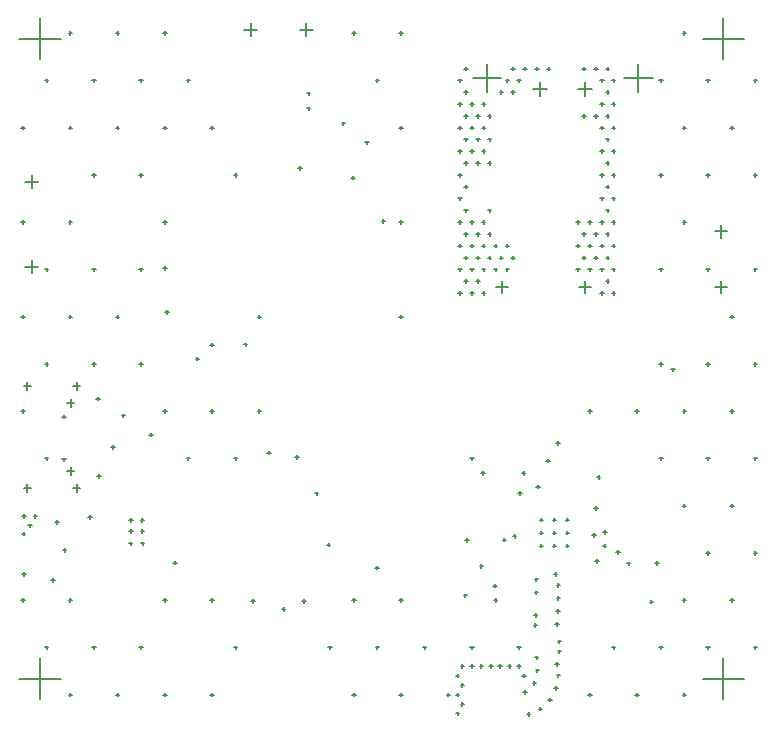
<source format=gbr>
%TF.GenerationSoftware,Altium Limited,Altium Designer,24.4.1 (13)*%
G04 Layer_Color=128*
%FSLAX45Y45*%
%MOMM*%
%TF.SameCoordinates,BD841E63-566E-43FA-B15A-678BD665FBE9*%
%TF.FilePolarity,Positive*%
%TF.FileFunction,Drillmap*%
%TF.Part,Single*%
G01*
G75*
%TA.AperFunction,NonConductor*%
%ADD76C,0.12700*%
D76*
X7119000Y9527500D02*
X7239000D01*
X7179000Y9467500D02*
Y9587500D01*
X7500000Y9527500D02*
X7620000D01*
X7560000Y9467500D02*
Y9587500D01*
X7890000Y9617500D02*
X8130000D01*
X8010000Y9497500D02*
Y9737500D01*
X6609000Y9617500D02*
X6849000D01*
X6729000Y9497500D02*
Y9737500D01*
X2817500Y8740000D02*
X2927500D01*
X2872500Y8685000D02*
Y8795000D01*
X2817500Y8020000D02*
X2927500D01*
X2872500Y7965000D02*
Y8075000D01*
X4672500Y10030000D02*
X4782500D01*
X4727500Y9975000D02*
Y10085000D01*
X5142500Y10030000D02*
X5252500D01*
X5197500Y9975000D02*
Y10085000D01*
X2804500Y7012500D02*
X2864500D01*
X2834500Y6982500D02*
Y7042500D01*
X2804500Y6148500D02*
X2864500D01*
X2834500Y6118500D02*
Y6178500D01*
X3222500Y7012500D02*
X3282500D01*
X3252500Y6982500D02*
Y7042500D01*
X3222500Y6148500D02*
X3282500D01*
X3252500Y6118500D02*
Y6178500D01*
X3170000Y6291500D02*
X3235000D01*
X3202500Y6259000D02*
Y6324000D01*
X3170000Y6869500D02*
X3235000D01*
X3202500Y6837000D02*
Y6902000D01*
X6805414Y7850510D02*
X6909554D01*
X6857484Y7798440D02*
Y7902580D01*
X7506454Y7850510D02*
X7610594D01*
X7558524Y7798440D02*
Y7902580D01*
X8657074Y7850510D02*
X8761214D01*
X8709144Y7798440D02*
Y7902580D01*
X8657074Y8320410D02*
X8761214D01*
X8709144Y8268340D02*
Y8372480D01*
X8555000Y9952500D02*
X8905000D01*
X8730000Y9777500D02*
Y10127500D01*
X8555000Y4535000D02*
X8905000D01*
X8730000Y4360000D02*
Y4710000D01*
X2767500Y4535000D02*
X3117500D01*
X2942500Y4360000D02*
Y4710000D01*
X2767500Y9952500D02*
X3117500D01*
X2942500Y9777500D02*
Y10127500D01*
X7393257Y5881382D02*
X7423737D01*
X7408497Y5866142D02*
Y5896622D01*
X7393257Y5771382D02*
X7423737D01*
X7408497Y5756142D02*
Y5786622D01*
X7393257Y5661382D02*
X7423737D01*
X7408497Y5646142D02*
Y5676622D01*
X7283257Y5881382D02*
X7313737D01*
X7298497Y5866142D02*
Y5896622D01*
X7283257Y5771382D02*
X7313737D01*
X7298497Y5756142D02*
Y5786622D01*
X7283257Y5661382D02*
X7313737D01*
X7298497Y5646142D02*
Y5676622D01*
X7173257Y5881382D02*
X7203737D01*
X7188497Y5866142D02*
Y5896622D01*
X7173257Y5771382D02*
X7203737D01*
X7188497Y5756142D02*
Y5786622D01*
X7173257Y5661382D02*
X7203737D01*
X7188497Y5646142D02*
Y5676622D01*
X3350000Y5902500D02*
X3380000D01*
X3365000Y5887500D02*
Y5917500D01*
X3070000Y5862500D02*
X3100000D01*
X3085000Y5847500D02*
Y5877500D01*
X2792500Y5420000D02*
X2822500D01*
X2807500Y5405000D02*
Y5435000D01*
X6585008Y4640005D02*
X6615008D01*
X6600008Y4625005D02*
Y4655005D01*
X7025008Y4560005D02*
X7055008D01*
X7040008Y4545005D02*
Y4575005D01*
X6465008Y4240005D02*
X6495008D01*
X6480008Y4225005D02*
Y4255005D01*
X6465008Y4560005D02*
X6495008D01*
X6480008Y4545005D02*
Y4575005D01*
X6505008Y4320005D02*
X6535008D01*
X6520008Y4305005D02*
Y4335005D01*
X6985008Y4640005D02*
X7015008D01*
X7000008Y4625005D02*
Y4655005D01*
X6905008Y4640005D02*
X6935008D01*
X6920008Y4625005D02*
Y4655005D01*
X6505008Y4640005D02*
X6535008D01*
X6520008Y4625005D02*
Y4655005D01*
X6665008Y4640005D02*
X6695008D01*
X6680008Y4625005D02*
Y4655005D01*
X6465008Y4400005D02*
X6495008D01*
X6480008Y4385005D02*
Y4415005D01*
X6505008Y4480005D02*
X6535008D01*
X6520008Y4465005D02*
Y4495005D01*
X6745008Y4640005D02*
X6775008D01*
X6760008Y4625005D02*
Y4655005D01*
X6825008Y4640005D02*
X6855008D01*
X6840008Y4625005D02*
Y4655005D01*
X3040000Y5370000D02*
X3070000D01*
X3055000Y5355000D02*
Y5385000D01*
X8984999Y9599999D02*
X9014999D01*
X8999999Y9584999D02*
Y9614999D01*
X8784999Y9199999D02*
X8814999D01*
X8799999Y9184999D02*
Y9214999D01*
X8984999Y8799999D02*
X9014999D01*
X8999999Y8784999D02*
Y8814999D01*
X8984999Y7999999D02*
X9014999D01*
X8999999Y7984999D02*
Y8014999D01*
X8784999Y7599999D02*
X8814999D01*
X8799999Y7584999D02*
Y7614999D01*
X8984999Y7199999D02*
X9014999D01*
X8999999Y7184999D02*
Y7214999D01*
X8784999Y6799999D02*
X8814999D01*
X8799999Y6784999D02*
Y6814999D01*
X8984999Y6399999D02*
X9014999D01*
X8999999Y6384999D02*
Y6414999D01*
X8784999Y5999999D02*
X8814999D01*
X8799999Y5984999D02*
Y6014999D01*
X8984999Y5599999D02*
X9014999D01*
X8999999Y5584999D02*
Y5614999D01*
X8784999Y5200000D02*
X8814999D01*
X8799999Y5185000D02*
Y5214999D01*
X8984999Y4800000D02*
X9014999D01*
X8999999Y4785000D02*
Y4815000D01*
X8384999Y9999999D02*
X8414999D01*
X8399999Y9984999D02*
Y10014999D01*
X8584999Y9599999D02*
X8614999D01*
X8599999Y9584999D02*
Y9614999D01*
X8384999Y9199999D02*
X8414999D01*
X8399999Y9184999D02*
Y9214999D01*
X8584999Y8799999D02*
X8614999D01*
X8599999Y8784999D02*
Y8814999D01*
X8384999Y8399999D02*
X8414999D01*
X8399999Y8384999D02*
Y8414999D01*
X8584999Y7999999D02*
X8614999D01*
X8599999Y7984999D02*
Y8014999D01*
X8584999Y7199999D02*
X8614999D01*
X8599999Y7184999D02*
Y7214999D01*
X8384999Y6799999D02*
X8414999D01*
X8399999Y6784999D02*
Y6814999D01*
X8584999Y6399999D02*
X8614999D01*
X8599999Y6384999D02*
Y6414999D01*
X8384999Y5999999D02*
X8414999D01*
X8399999Y5984999D02*
Y6014999D01*
X8584999Y5599999D02*
X8614999D01*
X8599999Y5584999D02*
Y5614999D01*
X8384999Y5200000D02*
X8414999D01*
X8399999Y5185000D02*
Y5214999D01*
X8584999Y4800000D02*
X8614999D01*
X8599999Y4785000D02*
Y4815000D01*
X8384999Y4400000D02*
X8414999D01*
X8399999Y4385000D02*
Y4415000D01*
X8184999Y9599999D02*
X8214999D01*
X8199999Y9584999D02*
Y9614999D01*
X8184999Y8799999D02*
X8214999D01*
X8199999Y8784999D02*
Y8814999D01*
X8184999Y7999999D02*
X8214999D01*
X8199999Y7984999D02*
Y8014999D01*
X8184999Y7199999D02*
X8214999D01*
X8199999Y7184999D02*
Y7214999D01*
X7984999Y6799999D02*
X8014999D01*
X7999999Y6784999D02*
Y6814999D01*
X8184999Y6399999D02*
X8214999D01*
X8199999Y6384999D02*
Y6414999D01*
X8184999Y4800000D02*
X8214999D01*
X8199999Y4785000D02*
Y4815000D01*
X7984999Y4400000D02*
X8014999D01*
X7999999Y4385000D02*
Y4415000D01*
X7584999Y6799999D02*
X7614999D01*
X7599999Y6784999D02*
Y6814999D01*
X7784999Y4800000D02*
X7814999D01*
X7799999Y4785000D02*
Y4815000D01*
X7584999Y4400000D02*
X7614999D01*
X7599999Y4385000D02*
Y4415000D01*
X6784999Y5200000D02*
X6814999D01*
X6799999Y5185000D02*
Y5214999D01*
X6984999Y4800000D02*
X7014999D01*
X6999999Y4785000D02*
Y4815000D01*
X6584999Y6399999D02*
X6614999D01*
X6599999Y6384999D02*
Y6414999D01*
X6584999Y4800000D02*
X6614999D01*
X6599999Y4785000D02*
Y4815000D01*
X6384999Y4400000D02*
X6414999D01*
X6399999Y4385000D02*
Y4415000D01*
X5984999Y9999999D02*
X6014999D01*
X5999999Y9984999D02*
Y10014999D01*
X5984999Y9199999D02*
X6014999D01*
X5999999Y9184999D02*
Y9214999D01*
X5984999Y8399999D02*
X6014999D01*
X5999999Y8384999D02*
Y8414999D01*
X5984999Y7599999D02*
X6014999D01*
X5999999Y7584999D02*
Y7614999D01*
X5984999Y5200000D02*
X6014999D01*
X5999999Y5185000D02*
Y5214999D01*
X6184999Y4800000D02*
X6214999D01*
X6199999Y4785000D02*
Y4815000D01*
X5984999Y4400000D02*
X6014999D01*
X5999999Y4385000D02*
Y4415000D01*
X5584999Y9999999D02*
X5614999D01*
X5599999Y9984999D02*
Y10014999D01*
X5784999Y9599999D02*
X5814999D01*
X5799999Y9584999D02*
Y9614999D01*
X5584999Y5200000D02*
X5614999D01*
X5599999Y5185000D02*
Y5214999D01*
X5784999Y4800000D02*
X5814999D01*
X5799999Y4785000D02*
Y4815000D01*
X5584999Y4400000D02*
X5614999D01*
X5599999Y4385000D02*
Y4415000D01*
X5384999Y4800000D02*
X5414999D01*
X5399999Y4785000D02*
Y4815000D01*
X4785000Y7599999D02*
X4815000D01*
X4800000Y7584999D02*
Y7614999D01*
X4785000Y6799999D02*
X4815000D01*
X4800000Y6784999D02*
Y6814999D01*
X4385000Y9199999D02*
X4415000D01*
X4400000Y9184999D02*
Y9214999D01*
X4584999Y8799999D02*
X4614999D01*
X4599999Y8784999D02*
Y8814999D01*
X4385000Y6799999D02*
X4415000D01*
X4400000Y6784999D02*
Y6814999D01*
X4584999Y6399999D02*
X4614999D01*
X4599999Y6384999D02*
Y6414999D01*
X4385000Y5200000D02*
X4415000D01*
X4400000Y5185000D02*
Y5214999D01*
X4584999Y4800000D02*
X4614999D01*
X4599999Y4785000D02*
Y4815000D01*
X4385000Y4400000D02*
X4415000D01*
X4400000Y4385000D02*
Y4415000D01*
X3985000Y9999999D02*
X4015000D01*
X4000000Y9984999D02*
Y10014999D01*
X4185000Y9599999D02*
X4214999D01*
X4199999Y9584999D02*
Y9614999D01*
X3985000Y9199999D02*
X4015000D01*
X4000000Y9184999D02*
Y9214999D01*
X3985000Y8399999D02*
X4015000D01*
X4000000Y8384999D02*
Y8414999D01*
X3985000Y6799999D02*
X4015000D01*
X4000000Y6784999D02*
Y6814999D01*
X4185000Y6399999D02*
X4214999D01*
X4199999Y6384999D02*
Y6414999D01*
X3985000Y5200000D02*
X4015000D01*
X4000000Y5185000D02*
Y5214999D01*
X3985000Y4400000D02*
X4015000D01*
X4000000Y4385000D02*
Y4415000D01*
X3585000Y9999999D02*
X3615000D01*
X3600000Y9984999D02*
Y10014999D01*
X3785000Y9599999D02*
X3814999D01*
X3800000Y9584999D02*
Y9614999D01*
X3585000Y9199999D02*
X3615000D01*
X3600000Y9184999D02*
Y9214999D01*
X3785000Y8799999D02*
X3814999D01*
X3800000Y8784999D02*
Y8814999D01*
X3785000Y7999999D02*
X3814999D01*
X3800000Y7984999D02*
Y8014999D01*
X3585000Y7599999D02*
X3615000D01*
X3600000Y7584999D02*
Y7614999D01*
X3785000Y7199999D02*
X3814999D01*
X3800000Y7184999D02*
Y7214999D01*
X3785000Y4800000D02*
X3814999D01*
X3800000Y4785000D02*
Y4815000D01*
X3585000Y4400000D02*
X3615000D01*
X3600000Y4385000D02*
Y4415000D01*
X3185000Y9999999D02*
X3215000D01*
X3200000Y9984999D02*
Y10014999D01*
X3385000Y9599999D02*
X3415000D01*
X3400000Y9584999D02*
Y9614999D01*
X3185000Y9199999D02*
X3215000D01*
X3200000Y9184999D02*
Y9214999D01*
X3385000Y8799999D02*
X3415000D01*
X3400000Y8784999D02*
Y8814999D01*
X3185000Y8399999D02*
X3215000D01*
X3200000Y8384999D02*
Y8414999D01*
X3385000Y7999999D02*
X3415000D01*
X3400000Y7984999D02*
Y8014999D01*
X3185000Y7599999D02*
X3215000D01*
X3200000Y7584999D02*
Y7614999D01*
X3385000Y7199999D02*
X3415000D01*
X3400000Y7184999D02*
Y7214999D01*
X3185000Y5200000D02*
X3215000D01*
X3200000Y5185000D02*
Y5214999D01*
X3385000Y4800000D02*
X3415000D01*
X3400000Y4785000D02*
Y4815000D01*
X3185000Y4400000D02*
X3215000D01*
X3200000Y4385000D02*
Y4415000D01*
X2985000Y9599999D02*
X3015000D01*
X3000000Y9584999D02*
Y9614999D01*
X2785000Y9199999D02*
X2815000D01*
X2800000Y9184999D02*
Y9214999D01*
X2785000Y8399999D02*
X2815000D01*
X2800000Y8384999D02*
Y8414999D01*
X2985000Y7999999D02*
X3015000D01*
X3000000Y7984999D02*
Y8014999D01*
X2785000Y7599999D02*
X2815000D01*
X2800000Y7584999D02*
Y7614999D01*
X2985000Y7199999D02*
X3015000D01*
X3000000Y7184999D02*
Y7214999D01*
X2785000Y6799999D02*
X2815000D01*
X2800000Y6784999D02*
Y6814999D01*
X2985000Y6399999D02*
X3015000D01*
X3000000Y6384999D02*
Y6414999D01*
X2785000Y5200000D02*
X2815000D01*
X2800000Y5185000D02*
Y5214999D01*
X2985000Y4800000D02*
X3015000D01*
X3000000Y4785000D02*
Y4815000D01*
X6542500Y5707500D02*
X6572500D01*
X6557500Y5692500D02*
Y5722500D01*
X6665000Y5487500D02*
X6695000D01*
X6680000Y5472500D02*
Y5502500D01*
X4865000Y6447500D02*
X4895000D01*
X4880000Y6432500D02*
Y6462500D01*
X6782500Y5322500D02*
X6812500D01*
X6797500Y5307500D02*
Y5337500D01*
X7022500Y6275000D02*
X7052500D01*
X7037500Y6260000D02*
Y6290000D01*
X7312500Y6530000D02*
X7342500D01*
X7327500Y6515000D02*
Y6545000D01*
X7657500Y6242500D02*
X7687500D01*
X7672500Y6227500D02*
Y6257500D01*
X8150000Y5512500D02*
X8180000D01*
X8165000Y5497500D02*
Y5527500D01*
X8105000Y5187500D02*
X8135000D01*
X8120000Y5172500D02*
Y5202500D01*
X5130000Y8860000D02*
X5160000D01*
X5145000Y8845000D02*
Y8875000D01*
X7785004Y9600005D02*
X7815004D01*
X7800004Y9585005D02*
Y9615005D01*
X7785004Y9400005D02*
X7815004D01*
X7800004Y9385005D02*
Y9415005D01*
X7785004Y9200005D02*
X7815004D01*
X7800004Y9185005D02*
Y9215005D01*
X7785004Y9000005D02*
X7815004D01*
X7800004Y8985005D02*
Y9015005D01*
X7785004Y8800005D02*
X7815004D01*
X7800004Y8785005D02*
Y8815005D01*
X7785004Y8600005D02*
X7815004D01*
X7800004Y8585005D02*
Y8615005D01*
X7785004Y8400005D02*
X7815004D01*
X7800004Y8385005D02*
Y8415005D01*
X7785004Y8200004D02*
X7815004D01*
X7800004Y8185004D02*
Y8215004D01*
X7785004Y8000004D02*
X7815004D01*
X7800004Y7985004D02*
Y8015004D01*
X7785004Y7800004D02*
X7815004D01*
X7800004Y7785004D02*
Y7815004D01*
X7735004Y9700005D02*
X7765004D01*
X7750004Y9685005D02*
Y9715005D01*
X7685004Y9600005D02*
X7715004D01*
X7700004Y9585005D02*
Y9615005D01*
X7735004Y9500005D02*
X7765004D01*
X7750004Y9485005D02*
Y9515005D01*
X7685004Y9400005D02*
X7715004D01*
X7700004Y9385005D02*
Y9415005D01*
X7735004Y9300005D02*
X7765004D01*
X7750004Y9285005D02*
Y9315005D01*
X7685004Y9200005D02*
X7715004D01*
X7700004Y9185005D02*
Y9215005D01*
X7735004Y9100005D02*
X7765004D01*
X7750004Y9085005D02*
Y9115005D01*
X7685004Y9000005D02*
X7715004D01*
X7700004Y8985005D02*
Y9015005D01*
X7735004Y8900005D02*
X7765004D01*
X7750004Y8885005D02*
Y8915005D01*
X7685004Y8800005D02*
X7715004D01*
X7700004Y8785005D02*
Y8815005D01*
X7735004Y8700005D02*
X7765004D01*
X7750004Y8685005D02*
Y8715005D01*
X7685004Y8600005D02*
X7715004D01*
X7700004Y8585005D02*
Y8615005D01*
X7735004Y8500005D02*
X7765004D01*
X7750004Y8485005D02*
Y8515005D01*
X7685004Y8400005D02*
X7715004D01*
X7700004Y8385005D02*
Y8415005D01*
X7735004Y8300004D02*
X7765004D01*
X7750004Y8285005D02*
Y8315004D01*
X7685004Y8200004D02*
X7715004D01*
X7700004Y8185004D02*
Y8215004D01*
X7735004Y8100004D02*
X7765004D01*
X7750004Y8085004D02*
Y8115004D01*
X7685004Y8000004D02*
X7715004D01*
X7700004Y7985004D02*
Y8015004D01*
X7735004Y7900004D02*
X7765004D01*
X7750004Y7885004D02*
Y7915004D01*
X7685004Y7800004D02*
X7715004D01*
X7700004Y7785004D02*
Y7815004D01*
X7635004Y9700005D02*
X7665004D01*
X7650004Y9685005D02*
Y9715005D01*
X7635004Y9300005D02*
X7665004D01*
X7650004Y9285005D02*
Y9315005D01*
X7585004Y8400005D02*
X7615004D01*
X7600004Y8385005D02*
Y8415005D01*
X7635004Y8300004D02*
X7665004D01*
X7650004Y8285005D02*
Y8315004D01*
X7585004Y8200004D02*
X7615004D01*
X7600004Y8185004D02*
Y8215004D01*
X7635004Y8100004D02*
X7665004D01*
X7650004Y8085004D02*
Y8115004D01*
X7585004Y8000004D02*
X7615004D01*
X7600004Y7985004D02*
Y8015004D01*
X7535004Y9700005D02*
X7565004D01*
X7550004Y9685005D02*
Y9715005D01*
X7535004Y9300005D02*
X7565004D01*
X7550004Y9285005D02*
Y9315005D01*
X7485004Y8400005D02*
X7515004D01*
X7500004Y8385005D02*
Y8415005D01*
X7535004Y8300004D02*
X7565004D01*
X7550004Y8285005D02*
Y8315004D01*
X7485004Y8200004D02*
X7515004D01*
X7500004Y8185004D02*
Y8215004D01*
X7535004Y8100004D02*
X7565004D01*
X7550004Y8085004D02*
Y8115004D01*
X7485004Y8000004D02*
X7515004D01*
X7500004Y7985004D02*
Y8015004D01*
X7235004Y9700005D02*
X7265004D01*
X7250004Y9685005D02*
Y9715005D01*
X7135004Y9700005D02*
X7165004D01*
X7150004Y9685005D02*
Y9715005D01*
X7035004Y9700005D02*
X7065004D01*
X7050004Y9685005D02*
Y9715005D01*
X6985004Y9600005D02*
X7015004D01*
X7000004Y9585005D02*
Y9615005D01*
X6935004Y9700005D02*
X6965004D01*
X6950004Y9685005D02*
Y9715005D01*
X6885004Y9600005D02*
X6915004D01*
X6900004Y9585005D02*
Y9615005D01*
X6935004Y9500005D02*
X6965004D01*
X6950004Y9485005D02*
Y9515005D01*
X6885004Y8200004D02*
X6915004D01*
X6900004Y8185004D02*
Y8215004D01*
X6935004Y8100004D02*
X6965004D01*
X6950004Y8085004D02*
Y8115004D01*
X6885004Y8000004D02*
X6915004D01*
X6900004Y7985004D02*
Y8015004D01*
X6835004Y9500005D02*
X6865004D01*
X6850004Y9485005D02*
Y9515005D01*
X6785004Y8200004D02*
X6815004D01*
X6800004Y8185004D02*
Y8215004D01*
X6835004Y8100004D02*
X6865004D01*
X6850004Y8085004D02*
Y8115004D01*
X6785004Y8000004D02*
X6815004D01*
X6800004Y7985004D02*
Y8015004D01*
X6685004Y9400005D02*
X6715004D01*
X6700004Y9385005D02*
Y9415005D01*
X6735004Y9300005D02*
X6765003D01*
X6750004Y9285005D02*
Y9315005D01*
X6685004Y9200005D02*
X6715004D01*
X6700004Y9185005D02*
Y9215005D01*
X6735004Y9100005D02*
X6765003D01*
X6750004Y9085005D02*
Y9115005D01*
X6685004Y9000005D02*
X6715004D01*
X6700004Y8985005D02*
Y9015005D01*
X6735004Y8900005D02*
X6765003D01*
X6750004Y8885005D02*
Y8915005D01*
X6735004Y8500005D02*
X6765003D01*
X6750004Y8485005D02*
Y8515005D01*
X6685004Y8400005D02*
X6715004D01*
X6700004Y8385005D02*
Y8415005D01*
X6735004Y8300004D02*
X6765003D01*
X6750004Y8285005D02*
Y8315004D01*
X6685004Y8200004D02*
X6715004D01*
X6700004Y8185004D02*
Y8215004D01*
X6735004Y8100004D02*
X6765003D01*
X6750004Y8085004D02*
Y8115004D01*
X6685004Y8000004D02*
X6715004D01*
X6700004Y7985004D02*
Y8015004D01*
X6685004Y7800004D02*
X6715004D01*
X6700004Y7785004D02*
Y7815004D01*
X6585004Y9400005D02*
X6615004D01*
X6600004Y9385005D02*
Y9415005D01*
X6635003Y9300005D02*
X6665003D01*
X6650003Y9285005D02*
Y9315005D01*
X6585004Y9200005D02*
X6615004D01*
X6600004Y9185005D02*
Y9215005D01*
X6635003Y9100005D02*
X6665003D01*
X6650003Y9085005D02*
Y9115005D01*
X6585004Y9000005D02*
X6615004D01*
X6600004Y8985005D02*
Y9015005D01*
X6635003Y8900005D02*
X6665003D01*
X6650003Y8885005D02*
Y8915005D01*
X6585004Y8400005D02*
X6615004D01*
X6600004Y8385005D02*
Y8415005D01*
X6635003Y8300004D02*
X6665003D01*
X6650003Y8285005D02*
Y8315004D01*
X6585004Y8200004D02*
X6615004D01*
X6600004Y8185004D02*
Y8215004D01*
X6635003Y8100004D02*
X6665003D01*
X6650003Y8085004D02*
Y8115004D01*
X6585004Y8000004D02*
X6615004D01*
X6600004Y7985004D02*
Y8015004D01*
X6635003Y7900004D02*
X6665003D01*
X6650003Y7885004D02*
Y7915004D01*
X6585004Y7800004D02*
X6615004D01*
X6600004Y7785004D02*
Y7815004D01*
X6535003Y9700005D02*
X6565003D01*
X6550003Y9685005D02*
Y9715005D01*
X6485004Y9600005D02*
X6515003D01*
X6500004Y9585005D02*
Y9615005D01*
X6535003Y9500005D02*
X6565003D01*
X6550003Y9485005D02*
Y9515005D01*
X6485004Y9400005D02*
X6515003D01*
X6500004Y9385005D02*
Y9415005D01*
X6535003Y9300005D02*
X6565003D01*
X6550003Y9285005D02*
Y9315005D01*
X6485004Y9200005D02*
X6515003D01*
X6500004Y9185005D02*
Y9215005D01*
X6535003Y9100005D02*
X6565003D01*
X6550003Y9085005D02*
Y9115005D01*
X6485004Y9000005D02*
X6515003D01*
X6500004Y8985005D02*
Y9015005D01*
X6535003Y8900005D02*
X6565003D01*
X6550003Y8885005D02*
Y8915005D01*
X6485004Y8800005D02*
X6515003D01*
X6500004Y8785005D02*
Y8815005D01*
X6535003Y8700005D02*
X6565003D01*
X6550003Y8685005D02*
Y8715005D01*
X6485004Y8600005D02*
X6515003D01*
X6500004Y8585005D02*
Y8615005D01*
X6535003Y8500005D02*
X6565003D01*
X6550003Y8485005D02*
Y8515005D01*
X6485004Y8400005D02*
X6515003D01*
X6500004Y8385005D02*
Y8415005D01*
X6535003Y8300004D02*
X6565003D01*
X6550003Y8285005D02*
Y8315004D01*
X6485004Y8200004D02*
X6515003D01*
X6500004Y8185004D02*
Y8215004D01*
X6535003Y8100004D02*
X6565003D01*
X6550003Y8085004D02*
Y8115004D01*
X6485004Y8000004D02*
X6515003D01*
X6500004Y7985004D02*
Y8015004D01*
X6535003Y7900004D02*
X6565003D01*
X6550003Y7885004D02*
Y7915004D01*
X6485004Y7800004D02*
X6515003D01*
X6500004Y7785004D02*
Y7815004D01*
X5372500Y5670000D02*
X5402500D01*
X5387500Y5655000D02*
Y5685000D01*
X7637500Y5980000D02*
X7667500D01*
X7652500Y5965000D02*
Y5995000D01*
X6677500Y6275000D02*
X6707500D01*
X6692500Y6260000D02*
Y6290000D01*
X5780000Y5475000D02*
X5810000D01*
X5795000Y5460000D02*
Y5490000D01*
X4070000Y5517500D02*
X4100000D01*
X4085000Y5502500D02*
Y5532500D01*
X5105000Y6412500D02*
X5135000D01*
X5120000Y6397500D02*
Y6427500D01*
X5270000Y6102500D02*
X5300000D01*
X5285000Y6087500D02*
Y6117500D01*
X5202500Y9362500D02*
X5232500D01*
X5217500Y9347500D02*
Y9377500D01*
X5202500Y9490000D02*
X5232500D01*
X5217500Y9475000D02*
Y9505000D01*
X5497500Y9235000D02*
X5527500D01*
X5512500Y9220000D02*
Y9250000D01*
X5697500Y9075000D02*
X5727500D01*
X5712500Y9060000D02*
Y9090000D01*
X5577500Y8777500D02*
X5607500D01*
X5592500Y8762500D02*
Y8792500D01*
X5835000Y8407500D02*
X5865000D01*
X5850000Y8392500D02*
Y8422500D01*
X3987500Y8010000D02*
X4017500D01*
X4002500Y7995000D02*
Y8025000D01*
Y7637500D02*
X4032500D01*
X4017500Y7622500D02*
Y7652500D01*
X7325000Y4850000D02*
X7355000D01*
X7340000Y4835000D02*
Y4865000D01*
X7122500Y4987500D02*
X7152500D01*
X7137500Y4972500D02*
Y5002500D01*
X7912500Y5510000D02*
X7942500D01*
X7927500Y5495000D02*
Y5525000D01*
X7645000Y5530000D02*
X7675000D01*
X7660000Y5515000D02*
Y5545000D01*
X7617500Y5752500D02*
X7647500D01*
X7632500Y5737500D02*
Y5767500D01*
X7125000Y5072500D02*
X7155000D01*
X7140000Y5057500D02*
Y5087500D01*
X7708240Y5661740D02*
X7738240D01*
X7723240Y5646740D02*
Y5676740D01*
X7316336Y5218752D02*
X7346336D01*
X7331336Y5203752D02*
Y5233752D01*
X7710000Y5775000D02*
X7740000D01*
X7725000Y5760000D02*
Y5790000D01*
X7316336Y5328751D02*
X7346336D01*
X7331336Y5313751D02*
Y5343751D01*
X7130658Y5375026D02*
X7160658D01*
X7145658Y5360026D02*
Y5390026D01*
X4990000Y5122500D02*
X5020000D01*
X5005000Y5107500D02*
Y5137500D01*
X5162500Y5192632D02*
X5192500D01*
X5177500Y5177632D02*
Y5207632D01*
X4732500Y5192632D02*
X4762500D01*
X4747500Y5177632D02*
Y5207632D01*
X7227500Y6380940D02*
X7257500D01*
X7242500Y6365940D02*
Y6395940D01*
X6992500Y6105000D02*
X7022500D01*
X7007500Y6090000D02*
Y6120000D01*
X7145000Y6160000D02*
X7175000D01*
X7160000Y6145000D02*
Y6175000D01*
X6860000Y5712500D02*
X6890000D01*
X6875000Y5697500D02*
Y5727500D01*
X6530000Y5240000D02*
X6560000D01*
X6545000Y5225000D02*
Y5255000D01*
X6947500Y5740000D02*
X6977500D01*
X6962500Y5725000D02*
Y5755000D01*
X4260000Y7245000D02*
X4290000D01*
X4275000Y7230000D02*
Y7260000D01*
X4670000Y7365000D02*
X4700000D01*
X4685000Y7350000D02*
Y7380000D01*
X2790000Y5762500D02*
X2820000D01*
X2805000Y5747500D02*
Y5777500D01*
X2842500Y5832500D02*
X2872500D01*
X2857500Y5817500D02*
Y5847500D01*
X2890000Y5912500D02*
X2920000D01*
X2905000Y5897500D02*
Y5927500D01*
X2792500Y5912500D02*
X2822500D01*
X2807500Y5897500D02*
Y5927500D01*
X3430000Y6250000D02*
X3460000D01*
X3445000Y6235000D02*
Y6265000D01*
X3420000Y6905000D02*
X3450000D01*
X3435000Y6890000D02*
Y6920000D01*
X3132500Y6390000D02*
X3162500D01*
X3147500Y6375000D02*
Y6405000D01*
X3132500Y6752500D02*
X3162500D01*
X3147500Y6737500D02*
Y6767500D01*
X3635000Y6762500D02*
X3665000D01*
X3650000Y6747500D02*
Y6777500D01*
X3547500Y6497500D02*
X3577500D01*
X3562500Y6482500D02*
Y6512500D01*
X3797500Y5680000D02*
X3827500D01*
X3812500Y5665000D02*
Y5695000D01*
X3695000Y5680000D02*
X3725000D01*
X3710000Y5665000D02*
Y5695000D01*
X3795000Y5785000D02*
X3825000D01*
X3810000Y5770000D02*
Y5800000D01*
X3700000Y5785000D02*
X3730000D01*
X3715000Y5770000D02*
Y5800000D01*
X3795000Y5877500D02*
X3825000D01*
X3810000Y5862500D02*
Y5892500D01*
X3700000Y5877500D02*
X3730000D01*
X3715000Y5862500D02*
Y5892500D01*
X3137500Y5622500D02*
X3167500D01*
X3152500Y5607500D02*
Y5637500D01*
X7822500Y5607500D02*
X7852500D01*
X7837500Y5592500D02*
Y5622500D01*
X8286250Y7153750D02*
X8316250D01*
X8301250Y7138750D02*
Y7168750D01*
X3867500Y6600000D02*
X3897500D01*
X3882500Y6585000D02*
Y6615000D01*
X4382500Y7362500D02*
X4412500D01*
X4397500Y7347500D02*
Y7377500D01*
X7140012Y4605329D02*
X7170012D01*
X7155012Y4590329D02*
Y4620329D01*
X7114853Y4498245D02*
X7144853D01*
X7129853Y4483245D02*
Y4513245D01*
X7035668Y4421893D02*
X7065668D01*
X7050668Y4406893D02*
Y4436893D01*
X7294572Y5422229D02*
X7324572D01*
X7309572Y5407229D02*
Y5437229D01*
X7130658Y5265026D02*
X7160658D01*
X7145658Y5250026D02*
Y5280026D01*
X7132285Y4715057D02*
X7162285D01*
X7147285Y4700057D02*
Y4730057D01*
X7065020Y4235218D02*
X7095020D01*
X7080020Y4220218D02*
Y4250218D01*
X7164856Y4281400D02*
X7194856D01*
X7179856Y4266400D02*
Y4296400D01*
X7245212Y4356519D02*
X7275212D01*
X7260212Y4341519D02*
Y4371519D01*
X7298016Y4453016D02*
X7328016D01*
X7313016Y4438016D02*
Y4468016D01*
X7317965Y4561192D02*
X7347965D01*
X7332965Y4546192D02*
Y4576192D01*
X7307500Y4657500D02*
X7337500D01*
X7322500Y4642500D02*
Y4672500D01*
X7325000Y4765000D02*
X7355000D01*
X7340000Y4750000D02*
Y4780000D01*
X7305095Y4999234D02*
X7335095D01*
X7320095Y4984234D02*
Y5014234D01*
X7315339Y5108756D02*
X7345339D01*
X7330339Y5093756D02*
Y5123756D01*
%TF.MD5,904ac9f09c49faf2a3bec27afb947c83*%
M02*

</source>
